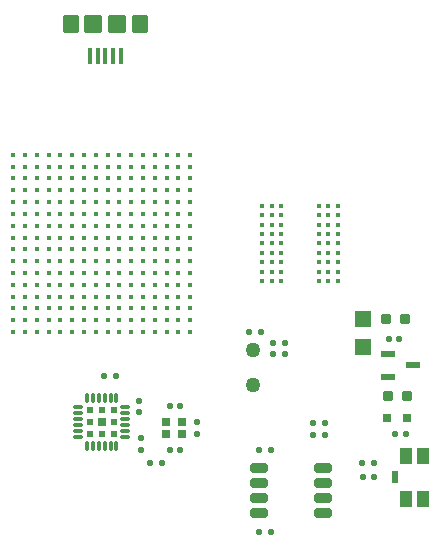
<source format=gtp>
G04*
G04 #@! TF.GenerationSoftware,Altium Limited,Altium Designer,19.1.6 (110)*
G04*
G04 Layer_Color=8421504*
%FSLAX25Y25*%
%MOIN*%
G70*
G01*
G75*
%ADD16R,0.01968X0.01968*%
%ADD17R,0.02756X0.02756*%
G04:AMPARAMS|DCode=18|XSize=59.06mil|YSize=61.02mil|CornerRadius=7.68mil|HoleSize=0mil|Usage=FLASHONLY|Rotation=180.000|XOffset=0mil|YOffset=0mil|HoleType=Round|Shape=RoundedRectangle|*
%AMROUNDEDRECTD18*
21,1,0.05906,0.04567,0,0,180.0*
21,1,0.04370,0.06102,0,0,180.0*
1,1,0.01535,-0.02185,0.02284*
1,1,0.01535,0.02185,0.02284*
1,1,0.01535,0.02185,-0.02284*
1,1,0.01535,-0.02185,-0.02284*
%
%ADD18ROUNDEDRECTD18*%
G04:AMPARAMS|DCode=19|XSize=51.18mil|YSize=62.99mil|CornerRadius=6.65mil|HoleSize=0mil|Usage=FLASHONLY|Rotation=180.000|XOffset=0mil|YOffset=0mil|HoleType=Round|Shape=RoundedRectangle|*
%AMROUNDEDRECTD19*
21,1,0.05118,0.04969,0,0,180.0*
21,1,0.03787,0.06299,0,0,180.0*
1,1,0.01331,-0.01894,0.02484*
1,1,0.01331,0.01894,0.02484*
1,1,0.01331,0.01894,-0.02484*
1,1,0.01331,-0.01894,-0.02484*
%
%ADD19ROUNDEDRECTD19*%
G04:AMPARAMS|DCode=20|XSize=15.75mil|YSize=53.15mil|CornerRadius=2.05mil|HoleSize=0mil|Usage=FLASHONLY|Rotation=180.000|XOffset=0mil|YOffset=0mil|HoleType=Round|Shape=RoundedRectangle|*
%AMROUNDEDRECTD20*
21,1,0.01575,0.04906,0,0,180.0*
21,1,0.01165,0.05315,0,0,180.0*
1,1,0.00409,-0.00583,0.02453*
1,1,0.00409,0.00583,0.02453*
1,1,0.00409,0.00583,-0.02453*
1,1,0.00409,-0.00583,-0.02453*
%
%ADD20ROUNDEDRECTD20*%
%ADD21R,0.02953X0.02756*%
G04:AMPARAMS|DCode=22|XSize=10.24mil|YSize=33.47mil|CornerRadius=2.56mil|HoleSize=0mil|Usage=FLASHONLY|Rotation=0.000|XOffset=0mil|YOffset=0mil|HoleType=Round|Shape=RoundedRectangle|*
%AMROUNDEDRECTD22*
21,1,0.01024,0.02835,0,0,0.0*
21,1,0.00512,0.03347,0,0,0.0*
1,1,0.00512,0.00256,-0.01417*
1,1,0.00512,-0.00256,-0.01417*
1,1,0.00512,-0.00256,0.01417*
1,1,0.00512,0.00256,0.01417*
%
%ADD22ROUNDEDRECTD22*%
G04:AMPARAMS|DCode=23|XSize=10.24mil|YSize=33.47mil|CornerRadius=2.56mil|HoleSize=0mil|Usage=FLASHONLY|Rotation=270.000|XOffset=0mil|YOffset=0mil|HoleType=Round|Shape=RoundedRectangle|*
%AMROUNDEDRECTD23*
21,1,0.01024,0.02835,0,0,270.0*
21,1,0.00512,0.03347,0,0,270.0*
1,1,0.00512,-0.01417,-0.00256*
1,1,0.00512,-0.01417,0.00256*
1,1,0.00512,0.01417,0.00256*
1,1,0.00512,0.01417,-0.00256*
%
%ADD23ROUNDEDRECTD23*%
%ADD24C,0.01772*%
%ADD25C,0.05000*%
G04:AMPARAMS|DCode=26|XSize=31.5mil|YSize=35.43mil|CornerRadius=4.1mil|HoleSize=0mil|Usage=FLASHONLY|Rotation=0.000|XOffset=0mil|YOffset=0mil|HoleType=Round|Shape=RoundedRectangle|*
%AMROUNDEDRECTD26*
21,1,0.03150,0.02724,0,0,0.0*
21,1,0.02331,0.03543,0,0,0.0*
1,1,0.00819,0.01165,-0.01362*
1,1,0.00819,-0.01165,-0.01362*
1,1,0.00819,-0.01165,0.01362*
1,1,0.00819,0.01165,0.01362*
%
%ADD26ROUNDEDRECTD26*%
%ADD27R,0.05118X0.02362*%
%ADD28R,0.05512X0.05512*%
%ADD29C,0.01575*%
%ADD30R,0.04134X0.05512*%
%ADD31R,0.01968X0.04331*%
%ADD32R,0.03150X0.03150*%
G04:AMPARAMS|DCode=33|XSize=31.58mil|YSize=59.25mil|CornerRadius=7.89mil|HoleSize=0mil|Usage=FLASHONLY|Rotation=270.000|XOffset=0mil|YOffset=0mil|HoleType=Round|Shape=RoundedRectangle|*
%AMROUNDEDRECTD33*
21,1,0.03158,0.04347,0,0,270.0*
21,1,0.01579,0.05925,0,0,270.0*
1,1,0.01579,-0.02173,-0.00789*
1,1,0.01579,-0.02173,0.00789*
1,1,0.01579,0.02173,0.00789*
1,1,0.01579,0.02173,-0.00789*
%
%ADD33ROUNDEDRECTD33*%
G04:AMPARAMS|DCode=34|XSize=19.68mil|YSize=21.65mil|CornerRadius=4.92mil|HoleSize=0mil|Usage=FLASHONLY|Rotation=270.000|XOffset=0mil|YOffset=0mil|HoleType=Round|Shape=RoundedRectangle|*
%AMROUNDEDRECTD34*
21,1,0.01968,0.01181,0,0,270.0*
21,1,0.00984,0.02165,0,0,270.0*
1,1,0.00984,-0.00591,-0.00492*
1,1,0.00984,-0.00591,0.00492*
1,1,0.00984,0.00591,0.00492*
1,1,0.00984,0.00591,-0.00492*
%
%ADD34ROUNDEDRECTD34*%
G04:AMPARAMS|DCode=35|XSize=19.68mil|YSize=19.68mil|CornerRadius=4.92mil|HoleSize=0mil|Usage=FLASHONLY|Rotation=270.000|XOffset=0mil|YOffset=0mil|HoleType=Round|Shape=RoundedRectangle|*
%AMROUNDEDRECTD35*
21,1,0.01968,0.00984,0,0,270.0*
21,1,0.00984,0.01968,0,0,270.0*
1,1,0.00984,-0.00492,-0.00492*
1,1,0.00984,-0.00492,0.00492*
1,1,0.00984,0.00492,0.00492*
1,1,0.00984,0.00492,-0.00492*
%
%ADD35ROUNDEDRECTD35*%
G04:AMPARAMS|DCode=36|XSize=19.68mil|YSize=19.68mil|CornerRadius=4.92mil|HoleSize=0mil|Usage=FLASHONLY|Rotation=180.000|XOffset=0mil|YOffset=0mil|HoleType=Round|Shape=RoundedRectangle|*
%AMROUNDEDRECTD36*
21,1,0.01968,0.00984,0,0,180.0*
21,1,0.00984,0.01968,0,0,180.0*
1,1,0.00984,-0.00492,0.00492*
1,1,0.00984,0.00492,0.00492*
1,1,0.00984,0.00492,-0.00492*
1,1,0.00984,-0.00492,-0.00492*
%
%ADD36ROUNDEDRECTD36*%
G04:AMPARAMS|DCode=37|XSize=19.68mil|YSize=21.65mil|CornerRadius=4.92mil|HoleSize=0mil|Usage=FLASHONLY|Rotation=180.000|XOffset=0mil|YOffset=0mil|HoleType=Round|Shape=RoundedRectangle|*
%AMROUNDEDRECTD37*
21,1,0.01968,0.01181,0,0,180.0*
21,1,0.00984,0.02165,0,0,180.0*
1,1,0.00984,-0.00492,0.00591*
1,1,0.00984,0.00492,0.00591*
1,1,0.00984,0.00492,-0.00591*
1,1,0.00984,-0.00492,-0.00591*
%
%ADD37ROUNDEDRECTD37*%
D16*
X147638Y111811D02*
D03*
X143701Y111811D02*
D03*
X147638Y107874D02*
D03*
X143701Y103937D02*
D03*
X147638Y103937D02*
D03*
X139764Y111811D02*
D03*
X139764Y107874D02*
D03*
X139764Y103937D02*
D03*
D17*
X143701Y107874D02*
D03*
D18*
X148819Y240551D02*
D03*
X140945D02*
D03*
D19*
X156461D02*
D03*
X133302D02*
D03*
D20*
X150000Y229921D02*
D03*
X147441D02*
D03*
X144882D02*
D03*
X142323D02*
D03*
X139764D02*
D03*
D21*
X165059Y103937D02*
D03*
Y107874D02*
D03*
X170374Y103937D02*
D03*
Y107874D02*
D03*
D22*
X148622Y115787D02*
D03*
X146653D02*
D03*
X144685D02*
D03*
X148622Y99961D02*
D03*
X146653D02*
D03*
X144685D02*
D03*
X140748Y115787D02*
D03*
X142717D02*
D03*
X138779D02*
D03*
X140748Y99961D02*
D03*
X142717D02*
D03*
X138779D02*
D03*
D23*
X151614Y110827D02*
D03*
Y108858D02*
D03*
Y112795D02*
D03*
Y106890D02*
D03*
Y104921D02*
D03*
Y102953D02*
D03*
X135787Y112795D02*
D03*
Y108858D02*
D03*
Y106890D02*
D03*
Y110827D02*
D03*
Y104921D02*
D03*
Y102953D02*
D03*
D24*
X173228Y196850D02*
D03*
X169291D02*
D03*
X173228Y192913D02*
D03*
X165354D02*
D03*
X169291D02*
D03*
X173228Y188976D02*
D03*
Y185039D02*
D03*
X169291Y188976D02*
D03*
Y185039D02*
D03*
X165354Y196850D02*
D03*
X161417D02*
D03*
X165354Y188976D02*
D03*
X161417Y192913D02*
D03*
X157480Y188976D02*
D03*
X161417D02*
D03*
X165354Y185039D02*
D03*
X157480D02*
D03*
X161417D02*
D03*
X173228Y177165D02*
D03*
Y181102D02*
D03*
Y173228D02*
D03*
X169291Y181102D02*
D03*
Y177165D02*
D03*
Y173228D02*
D03*
X173228Y169291D02*
D03*
X165354D02*
D03*
X169291D02*
D03*
X165354Y181102D02*
D03*
Y177165D02*
D03*
X161417Y181102D02*
D03*
X157480Y177165D02*
D03*
X161417D02*
D03*
X165354Y173228D02*
D03*
X161417D02*
D03*
Y169291D02*
D03*
X157480Y196850D02*
D03*
X153543D02*
D03*
X157480Y192913D02*
D03*
X149606Y196850D02*
D03*
Y192913D02*
D03*
X153543Y185039D02*
D03*
X157480Y181102D02*
D03*
X153543Y192913D02*
D03*
Y188976D02*
D03*
X145669Y196850D02*
D03*
X149606Y188976D02*
D03*
X145669Y192913D02*
D03*
Y188976D02*
D03*
Y185039D02*
D03*
X149606D02*
D03*
X141732Y181102D02*
D03*
X145669D02*
D03*
X153543Y177165D02*
D03*
Y181102D02*
D03*
X157480Y173228D02*
D03*
X149606Y177165D02*
D03*
X153543Y173228D02*
D03*
X157480Y169291D02*
D03*
X153543Y165354D02*
D03*
X149606Y173228D02*
D03*
X153543Y169291D02*
D03*
X149606Y181102D02*
D03*
Y169291D02*
D03*
X145669Y177165D02*
D03*
Y173228D02*
D03*
Y169291D02*
D03*
X141732D02*
D03*
X173228Y161417D02*
D03*
Y165354D02*
D03*
Y157480D02*
D03*
X169291Y165354D02*
D03*
Y161417D02*
D03*
X173228Y153543D02*
D03*
X165354Y165354D02*
D03*
Y161417D02*
D03*
X161417Y165354D02*
D03*
Y161417D02*
D03*
X165354Y157480D02*
D03*
X169291D02*
D03*
X161417D02*
D03*
Y153543D02*
D03*
X173228Y149606D02*
D03*
X169291Y153543D02*
D03*
X173228Y145669D02*
D03*
X169291Y149606D02*
D03*
Y145669D02*
D03*
X173228Y141732D02*
D03*
Y137795D02*
D03*
X169291Y141732D02*
D03*
Y137795D02*
D03*
X165354Y153543D02*
D03*
Y149606D02*
D03*
X161417D02*
D03*
X165354Y145669D02*
D03*
Y141732D02*
D03*
Y137795D02*
D03*
X161417Y141732D02*
D03*
Y137795D02*
D03*
X157480Y161417D02*
D03*
Y165354D02*
D03*
X153543Y161417D02*
D03*
X149606Y165354D02*
D03*
Y161417D02*
D03*
X157480Y157480D02*
D03*
Y153543D02*
D03*
X153543Y157480D02*
D03*
Y153543D02*
D03*
X145669Y165354D02*
D03*
X149606Y157480D02*
D03*
X141732Y161417D02*
D03*
X145669D02*
D03*
Y157480D02*
D03*
X149606Y153543D02*
D03*
X141732Y157480D02*
D03*
X145669Y153543D02*
D03*
X161417Y145669D02*
D03*
X157480Y149606D02*
D03*
Y145669D02*
D03*
X153543Y149606D02*
D03*
Y145669D02*
D03*
X157480Y141732D02*
D03*
Y137795D02*
D03*
X153543Y141732D02*
D03*
Y137795D02*
D03*
X149606Y149606D02*
D03*
Y145669D02*
D03*
X145669Y149606D02*
D03*
Y145669D02*
D03*
X149606Y141732D02*
D03*
Y137795D02*
D03*
X145669Y141732D02*
D03*
Y137795D02*
D03*
X141732Y196850D02*
D03*
X137795D02*
D03*
X141732Y192913D02*
D03*
X133858Y196850D02*
D03*
X137795Y192913D02*
D03*
X141732Y188976D02*
D03*
Y185039D02*
D03*
X137795Y188976D02*
D03*
Y185039D02*
D03*
X129921Y196850D02*
D03*
X133858Y192913D02*
D03*
X129921D02*
D03*
X133858Y188976D02*
D03*
X129921D02*
D03*
Y185039D02*
D03*
X141732Y177165D02*
D03*
X137795Y181102D02*
D03*
Y177165D02*
D03*
X133858Y181102D02*
D03*
Y177165D02*
D03*
X137795Y173228D02*
D03*
X141732D02*
D03*
X137795Y169291D02*
D03*
Y165354D02*
D03*
X133858Y185039D02*
D03*
Y173228D02*
D03*
X129921Y181102D02*
D03*
Y177165D02*
D03*
Y173228D02*
D03*
X133858Y169291D02*
D03*
X129921D02*
D03*
Y165354D02*
D03*
X125984Y192913D02*
D03*
Y196850D02*
D03*
Y188976D02*
D03*
X122047Y196850D02*
D03*
Y192913D02*
D03*
Y188976D02*
D03*
X125984Y185039D02*
D03*
X122047D02*
D03*
Y181102D02*
D03*
X118110Y196850D02*
D03*
Y192913D02*
D03*
X114173Y196850D02*
D03*
Y192913D02*
D03*
X118110Y188976D02*
D03*
Y185039D02*
D03*
X114173Y188976D02*
D03*
Y185039D02*
D03*
X125984Y177165D02*
D03*
Y181102D02*
D03*
Y173228D02*
D03*
X122047Y177165D02*
D03*
Y173228D02*
D03*
X125984Y169291D02*
D03*
Y165354D02*
D03*
X122047Y169291D02*
D03*
Y165354D02*
D03*
X118110Y181102D02*
D03*
Y177165D02*
D03*
X114173Y181102D02*
D03*
Y177165D02*
D03*
X118110Y173228D02*
D03*
Y169291D02*
D03*
X114173Y173228D02*
D03*
Y169291D02*
D03*
X141732Y165354D02*
D03*
X137795Y161417D02*
D03*
Y157480D02*
D03*
X133858Y165354D02*
D03*
Y161417D02*
D03*
X141732Y153543D02*
D03*
X137795Y149606D02*
D03*
X133858Y157480D02*
D03*
X137795Y153543D02*
D03*
X129921Y157480D02*
D03*
Y153543D02*
D03*
X125984Y161417D02*
D03*
X129921D02*
D03*
X133858Y153543D02*
D03*
X125984D02*
D03*
X129921Y149606D02*
D03*
X141732Y145669D02*
D03*
Y149606D02*
D03*
X137795Y145669D02*
D03*
X133858Y149606D02*
D03*
Y145669D02*
D03*
X141732Y141732D02*
D03*
Y137795D02*
D03*
X137795Y141732D02*
D03*
Y137795D02*
D03*
X129921Y145669D02*
D03*
X133858Y141732D02*
D03*
X129921D02*
D03*
Y137795D02*
D03*
X133858D02*
D03*
X122047Y157480D02*
D03*
Y161417D02*
D03*
X125984Y157480D02*
D03*
X118110Y165354D02*
D03*
Y161417D02*
D03*
X122047Y153543D02*
D03*
X125984Y149606D02*
D03*
X118110Y157480D02*
D03*
Y153543D02*
D03*
X114173Y157480D02*
D03*
Y153543D02*
D03*
Y165354D02*
D03*
Y161417D02*
D03*
Y149606D02*
D03*
X125984Y145669D02*
D03*
X122047Y149606D02*
D03*
Y145669D02*
D03*
X118110Y149606D02*
D03*
Y145669D02*
D03*
X125984Y141732D02*
D03*
Y137795D02*
D03*
X122047Y141732D02*
D03*
Y137795D02*
D03*
X114173Y145669D02*
D03*
X118110Y141732D02*
D03*
X114173D02*
D03*
Y137795D02*
D03*
X118110D02*
D03*
D25*
X194095Y120079D02*
D03*
Y131890D02*
D03*
D26*
X245473Y116556D02*
D03*
X239173D02*
D03*
X244882Y142126D02*
D03*
X238583D02*
D03*
D27*
X247441Y126671D02*
D03*
X239173Y130411D02*
D03*
Y122931D02*
D03*
D28*
X230883Y142126D02*
D03*
Y132874D02*
D03*
D29*
X222441Y176772D02*
D03*
Y179921D02*
D03*
Y173622D02*
D03*
X219291Y179921D02*
D03*
Y176772D02*
D03*
X222441Y170472D02*
D03*
Y167323D02*
D03*
X219291Y173622D02*
D03*
Y170472D02*
D03*
X216142Y176772D02*
D03*
Y179921D02*
D03*
Y173622D02*
D03*
X203543D02*
D03*
X216142Y170472D02*
D03*
Y167323D02*
D03*
X219291D02*
D03*
X222441Y161024D02*
D03*
Y157874D02*
D03*
Y154724D02*
D03*
Y164173D02*
D03*
X219291D02*
D03*
Y161024D02*
D03*
X216142Y164173D02*
D03*
Y161024D02*
D03*
X219291Y157874D02*
D03*
Y154724D02*
D03*
X216142Y157874D02*
D03*
Y154724D02*
D03*
X200394Y179921D02*
D03*
X203543D02*
D03*
Y170472D02*
D03*
Y167323D02*
D03*
X200394Y176772D02*
D03*
X203543D02*
D03*
X200394Y173622D02*
D03*
X197244D02*
D03*
X200394Y170472D02*
D03*
X197244Y179921D02*
D03*
Y176772D02*
D03*
X200394Y167323D02*
D03*
Y164173D02*
D03*
X197244Y170472D02*
D03*
Y167323D02*
D03*
X203543Y161024D02*
D03*
Y164173D02*
D03*
Y157874D02*
D03*
X200394D02*
D03*
X203543Y154724D02*
D03*
X197244Y161024D02*
D03*
Y164173D02*
D03*
X200394Y161024D02*
D03*
Y154724D02*
D03*
X197244Y157874D02*
D03*
Y154724D02*
D03*
D30*
X250886Y96457D02*
D03*
Y82284D02*
D03*
X245177Y96457D02*
D03*
Y82284D02*
D03*
D31*
X241339Y89370D02*
D03*
D32*
X245374Y109055D02*
D03*
X238878D02*
D03*
D33*
X217520Y87520D02*
D03*
Y92520D02*
D03*
Y82520D02*
D03*
Y77520D02*
D03*
X196063Y92520D02*
D03*
Y82520D02*
D03*
Y87520D02*
D03*
Y77520D02*
D03*
D34*
X234311Y89370D02*
D03*
X230768D02*
D03*
X169894Y112992D02*
D03*
X166350D02*
D03*
X169894Y98499D02*
D03*
X166350D02*
D03*
X242913Y135433D02*
D03*
X239370D02*
D03*
D35*
X234508Y94095D02*
D03*
X230571D02*
D03*
X196850Y137795D02*
D03*
X192913D02*
D03*
X148425Y123228D02*
D03*
X144488D02*
D03*
X218110Y107480D02*
D03*
X214173D02*
D03*
X218110Y103543D02*
D03*
X214173D02*
D03*
X245276Y103829D02*
D03*
X241339D02*
D03*
X163779Y94095D02*
D03*
X159843D02*
D03*
X200000Y98425D02*
D03*
X196063D02*
D03*
X200000Y71260D02*
D03*
X196063D02*
D03*
D36*
X175602Y107874D02*
D03*
Y103937D02*
D03*
X156693Y102362D02*
D03*
Y98425D02*
D03*
X204724Y134252D02*
D03*
Y130315D02*
D03*
X200787Y134252D02*
D03*
Y130315D02*
D03*
D37*
X156074Y114764D02*
D03*
Y111221D02*
D03*
M02*

</source>
